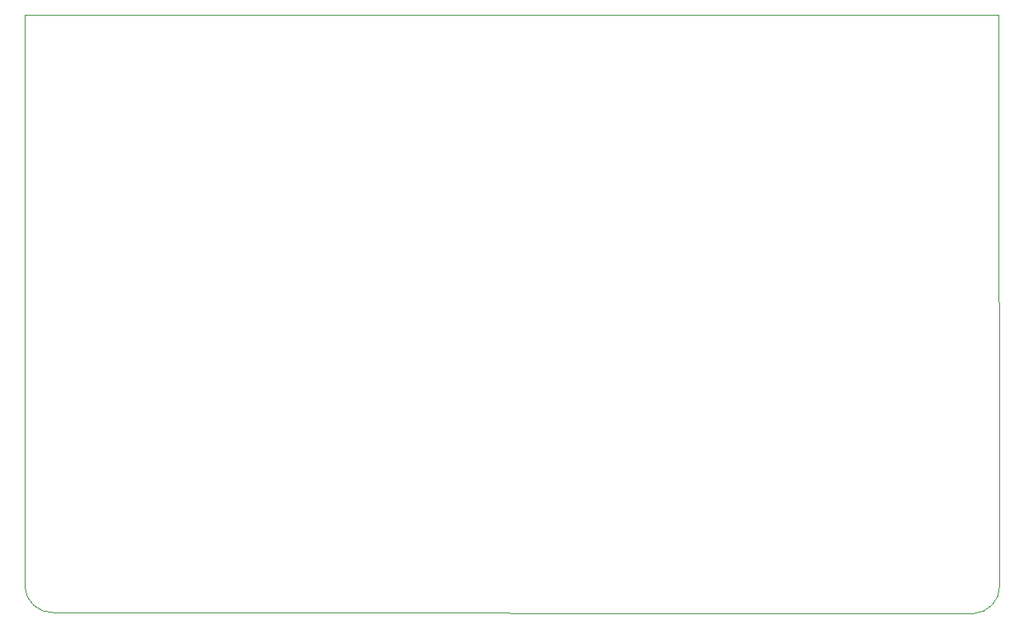
<source format=gbr>
%TF.GenerationSoftware,KiCad,Pcbnew,(6.0.9-0)*%
%TF.CreationDate,2023-01-09T20:35:06+02:00*%
%TF.ProjectId,QE_PCB,51455f50-4342-42e6-9b69-6361645f7063,rev?*%
%TF.SameCoordinates,Original*%
%TF.FileFunction,Profile,NP*%
%FSLAX46Y46*%
G04 Gerber Fmt 4.6, Leading zero omitted, Abs format (unit mm)*
G04 Created by KiCad (PCBNEW (6.0.9-0)) date 2023-01-09 20:35:06*
%MOMM*%
%LPD*%
G01*
G04 APERTURE LIST*
%TA.AperFunction,Profile*%
%ADD10C,0.100000*%
%TD*%
G04 APERTURE END LIST*
D10*
X146700000Y-56642000D02*
X46700000Y-56642000D01*
X46700085Y-115299997D02*
G75*
G03*
X49600062Y-118001752I2800015J98197D01*
G01*
X144098248Y-118100062D02*
G75*
G03*
X146800000Y-115200000I-98248J2800062D01*
G01*
X46700000Y-56642000D02*
X46700000Y-115300000D01*
X49600062Y-118001752D02*
X144098248Y-118100062D01*
X146700000Y-56642000D02*
X146800000Y-115200000D01*
M02*

</source>
